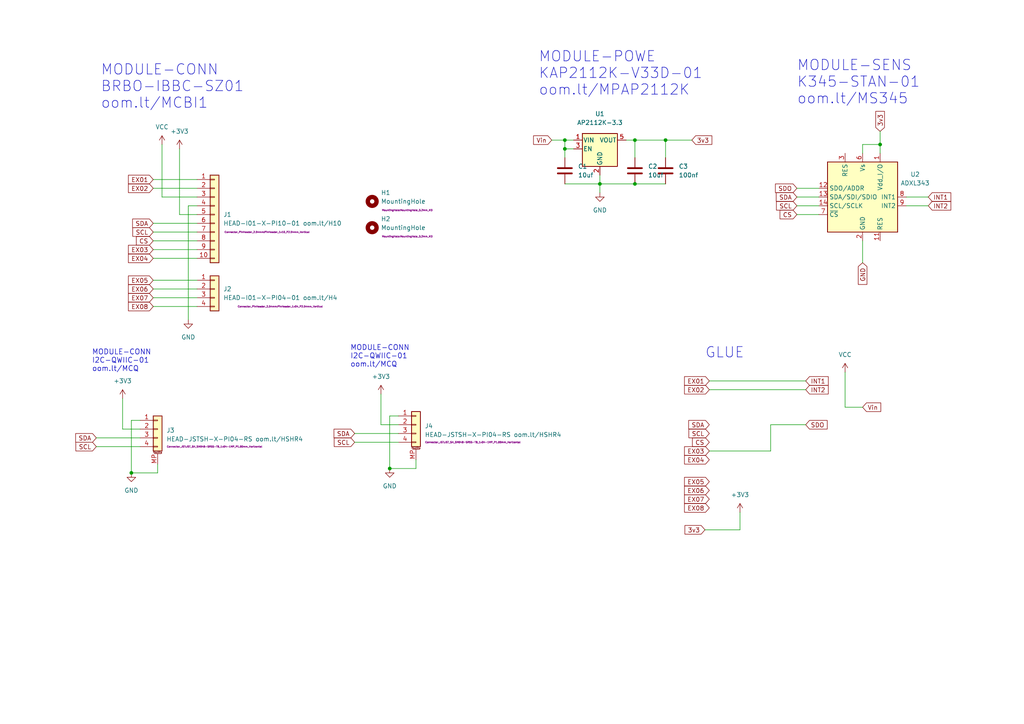
<source format=kicad_sch>
(kicad_sch (version 20211123) (generator eeschema)
  (paper "A4")
  (lib_symbols
    (symbol "Connector_Generic:Conn_01x04" (pin_names (offset 1.016) hide)
      (property "Reference" "J" (at 0 5.08 0))
      (property "Value" "Conn_01x04" (at 0 -7.62 0))
      (symbol "Conn_01x04_1_1"
        (rectangle (start -1.27 -4.953) (end 0 -5.207) (stroke (width 0.1524)))
        (rectangle (start -1.27 -2.413) (end 0 -2.667) (stroke (width 0.1524)))
        (rectangle (start -1.27 0.127) (end 0 -0.127) (stroke (width 0.1524)))
        (rectangle (start -1.27 2.667) (end 0 2.413) (stroke (width 0.1524)))
        (rectangle (start -1.27 3.81) (end 1.27 -6.35) (stroke (width 0.254)) (fill (type background)))
        (pin passive line (at -5.08 2.54 0) (length 3.81) (name "Pin_1") (number "1"))
        (pin passive line (at -5.08 0 0) (length 3.81) (name "Pin_2") (number "2"))
        (pin passive line (at -5.08 -2.54 0) (length 3.81) (name "Pin_3") (number "3"))
        (pin passive line (at -5.08 -5.08 0) (length 3.81) (name "Pin_4") (number "4"))
      )
    )
    (symbol "Connector_Generic:Conn_01x10" (pin_names (offset 1.016) hide)
      (property "Reference" "J" (at 0 12.7 0))
      (property "Value" "Conn_01x10" (at 0 -15.24 0))
      (symbol "Conn_01x10_1_1"
        (rectangle (start -1.27 -12.573) (end 0 -12.827) (stroke (width 0.1524)))
        (rectangle (start -1.27 -10.033) (end 0 -10.287) (stroke (width 0.1524)))
        (rectangle (start -1.27 -7.493) (end 0 -7.747) (stroke (width 0.1524)))
        (rectangle (start -1.27 -4.953) (end 0 -5.207) (stroke (width 0.1524)))
        (rectangle (start -1.27 -2.413) (end 0 -2.667) (stroke (width 0.1524)))
        (rectangle (start -1.27 0.127) (end 0 -0.127) (stroke (width 0.1524)))
        (rectangle (start -1.27 2.667) (end 0 2.413) (stroke (width 0.1524)))
        (rectangle (start -1.27 5.207) (end 0 4.953) (stroke (width 0.1524)))
        (rectangle (start -1.27 7.747) (end 0 7.493) (stroke (width 0.1524)))
        (rectangle (start -1.27 10.287) (end 0 10.033) (stroke (width 0.1524)))
        (rectangle (start -1.27 11.43) (end 1.27 -13.97) (stroke (width 0.254)) (fill (type background)))
        (pin passive line (at -5.08 10.16 0) (length 3.81) (name "Pin_1") (number "1"))
        (pin passive line (at -5.08 -12.7 0) (length 3.81) (name "Pin_10") (number "10"))
        (pin passive line (at -5.08 7.62 0) (length 3.81) (name "Pin_2") (number "2"))
        (pin passive line (at -5.08 5.08 0) (length 3.81) (name "Pin_3") (number "3"))
        (pin passive line (at -5.08 2.54 0) (length 3.81) (name "Pin_4") (number "4"))
        (pin passive line (at -5.08 0 0) (length 3.81) (name "Pin_5") (number "5"))
        (pin passive line (at -5.08 -2.54 0) (length 3.81) (name "Pin_6") (number "6"))
        (pin passive line (at -5.08 -5.08 0) (length 3.81) (name "Pin_7") (number "7"))
        (pin passive line (at -5.08 -7.62 0) (length 3.81) (name "Pin_8") (number "8"))
        (pin passive line (at -5.08 -10.16 0) (length 3.81) (name "Pin_9") (number "9"))
      )
    )
    (symbol "Connector_Generic_MountingPin:Conn_01x04_MountingPin" (pin_names (offset 1.016) hide)
      (property "Reference" "J" (at 0 5.08 0))
      (property "Value" "Conn_01x04_MountingPin" (at 1.27 -7.62 0))
      (symbol "Conn_01x04_MountingPin_1_1"
        (rectangle (start -1.27 -4.953) (end 0 -5.207) (stroke (width 0.1524)))
        (rectangle (start -1.27 -2.413) (end 0 -2.667) (stroke (width 0.1524)))
        (rectangle (start -1.27 0.127) (end 0 -0.127) (stroke (width 0.1524)))
        (rectangle (start -1.27 2.667) (end 0 2.413) (stroke (width 0.1524)))
        (rectangle (start -1.27 3.81) (end 1.27 -6.35) (stroke (width 0.254)) (fill (type background)))
        (polyline (pts (xy -1.016 -7.112) (xy 1.016 -7.112)) (stroke (width 0.1524)))
        (text "Mounting" (at 0 -6.731 0) (effects (font (size 0.381 0.381))))
        (pin passive line (at -5.08 2.54 0) (length 3.81) (name "Pin_1") (number "1"))
        (pin passive line (at -5.08 0 0) (length 3.81) (name "Pin_2") (number "2"))
        (pin passive line (at -5.08 -2.54 0) (length 3.81) (name "Pin_3") (number "3"))
        (pin passive line (at -5.08 -5.08 0) (length 3.81) (name "Pin_4") (number "4"))
        (pin passive line (at 0 -10.16 90) (length 3.048) (name "MountPin") (number "MP"))
      )
    )
    (symbol "Device:C" (pin_numbers hide) (pin_names (offset 0.254))
      (property "Reference" "C" (at 0.635 2.54 0))
      (property "Value" "C" (at 0.635 -2.54 0))
      (symbol "C_0_1"
        (polyline (pts (xy -2.032 -0.762) (xy 2.032 -0.762)) (stroke (width 0.508)))
        (polyline (pts (xy -2.032 0.762) (xy 2.032 0.762)) (stroke (width 0.508)))
      )
      (symbol "C_1_1"
        (pin passive line (at 0 3.81 270) (length 2.794) (name "~") (number "1"))
        (pin passive line (at 0 -3.81 90) (length 2.794) (name "~") (number "2"))
      )
    )
    (symbol "Mechanical:MountingHole" (pin_names (offset 1.016))
      (property "Reference" "H" (at 0 5.08 0))
      (property "Value" "MountingHole" (at 0 3.175 0))
      (symbol "MountingHole_0_1"
        (circle (center 0 0) (radius 1.27) (stroke (width 1.27)))
      )
    )
    (symbol "Regulator_Linear:AP2112K-3.3" (pin_names (offset 0.254))
      (property "Reference" "U" (at -5.08 5.715 0))
      (property "Value" "AP2112K-3.3" (at 0 5.715 0))
      (symbol "AP2112K-3.3_0_1"
        (rectangle (start -5.08 4.445) (end 5.08 -5.08) (stroke (width 0.254)) (fill (type background)))
      )
      (symbol "AP2112K-3.3_1_1"
        (pin power_in line (at -7.62 2.54 0) (length 2.54) (name "VIN") (number "1"))
        (pin power_in line (at 0 -7.62 90) (length 2.54) (name "GND") (number "2"))
        (pin input line (at -7.62 0 0) (length 2.54) (name "EN") (number "3"))
        (pin no_connect line (at 5.08 0 180) (length 2.54) hide (name "NC") (number "4"))
        (pin power_out line (at 7.62 2.54 180) (length 2.54) (name "VOUT") (number "5"))
      )
    )
    (symbol "Sensor_Motion:ADXL343"
      (property "Reference" "U" (at -8.89 11.43 0))
      (property "Value" "ADXL343" (at -7.62 -11.43 0))
      (symbol "ADXL343_0_1"
        (rectangle (start -10.16 10.16) (end 10.16 -10.16) (stroke (width 0.254)) (fill (type background)))
      )
      (symbol "ADXL343_1_1"
        (pin power_in line (at 5.08 12.7 270) (length 2.54) (name "Vdd_I/O") (number "1"))
        (pin no_connect line (at -5.08 -10.16 90) (length 2.54) hide (name "NC") (number "10"))
        (pin passive line (at 5.08 -12.7 90) (length 2.54) (name "RES") (number "11"))
        (pin bidirectional line (at -12.7 2.54 0) (length 2.54) (name "SDO/ADDR") (number "12"))
        (pin bidirectional line (at -12.7 0 0) (length 2.54) (name "SDA/SDI/SDIO") (number "13"))
        (pin input line (at -12.7 -2.54 0) (length 2.54) (name "SCL/SCLK") (number "14"))
        (pin power_in line (at 0 -12.7 90) (length 2.54) (name "GND") (number "2"))
        (pin passive line (at -5.08 12.7 270) (length 2.54) (name "RES") (number "3"))
        (pin passive line (at 0 -12.7 90) (length 2.54) hide (name "GND") (number "4"))
        (pin passive line (at 0 -12.7 90) (length 2.54) hide (name "GND") (number "5"))
        (pin power_in line (at 0 12.7 270) (length 2.54) (name "Vs") (number "6"))
        (pin input line (at -12.7 -5.08 0) (length 2.54) (name "~{CS}") (number "7"))
        (pin output line (at 12.7 0 180) (length 2.54) (name "INT1") (number "8"))
        (pin output line (at 12.7 -2.54 180) (length 2.54) (name "INT2") (number "9"))
      )
    )
    (symbol "power:+3V3" (power) (pin_names (offset 0))
      (property "Value" "+3V3" (at 0 3.556 0))
      (symbol "+3V3_0_1"
        (polyline (pts (xy -0.762 1.27) (xy 0 2.54)))
        (polyline (pts (xy 0 0) (xy 0 2.54)))
        (polyline (pts (xy 0 2.54) (xy 0.762 1.27)))
      )
      (symbol "+3V3_1_1"
        (pin power_in line (at 0 0 90) (length 0) hide (name "+3V3") (number "1"))
      )
    )
    (symbol "power:GND" (power) (pin_names (offset 0))
      (property "Value" "GND" (at 0 -3.81 0))
      (symbol "GND_0_1"
        (polyline (pts (xy 0 0) (xy 0 -1.27) (xy 1.27 -1.27) (xy 0 -2.54) (xy -1.27 -1.27) (xy 0 -1.27)))
      )
      (symbol "GND_1_1"
        (pin power_in line (at 0 0 270) (length 0) hide (name "GND") (number "1"))
      )
    )
    (symbol "power:VCC" (power) (pin_names (offset 0))
      (property "Value" "VCC" (at 0 3.81 0))
      (symbol "VCC_0_1"
        (polyline (pts (xy -0.762 1.27) (xy 0 2.54)))
        (polyline (pts (xy 0 0) (xy 0 2.54)))
        (polyline (pts (xy 0 2.54) (xy 0.762 1.27)))
      )
      (symbol "VCC_1_1"
        (pin power_in line (at 0 0 90) (length 0) hide (name "VCC") (number "1"))
      )
    )
  )
  (junction (at 184.15 40.64))
  (junction (at 173.99 53.34))
  (junction (at 113.03 135.89))
  (junction (at 184.15 53.34))
  (junction (at 255.27 41.91))
  (junction (at 193.04 40.64))
  (junction (at 163.83 43.18))
  (junction (at 38.1 137.16))
  (junction (at 163.83 40.64))
  (wire (pts (xy 223.52 130.81) (xy 223.52 123.19)))
  (wire (pts (xy 102.87 125.73) (xy 115.57 125.73)))
  (wire (pts (xy 38.1 137.16) (xy 45.72 137.16)))
  (wire (pts (xy 44.45 81.28) (xy 57.15 81.28)))
  (wire (pts (xy 44.45 88.9) (xy 57.15 88.9)))
  (wire (pts (xy 173.99 53.34) (xy 184.15 53.34)))
  (wire (pts (xy 115.57 123.19) (xy 110.49 123.19)))
  (wire (pts (xy 44.45 74.93) (xy 57.15 74.93)))
  (wire (pts (xy 115.57 120.65) (xy 113.03 120.65)))
  (wire (pts (xy 231.14 57.15) (xy 237.49 57.15)))
  (wire (pts (xy 120.65 133.35) (xy 120.65 135.89)))
  (wire (pts (xy 27.94 127) (xy 40.64 127)))
  (wire (pts (xy 205.74 113.03) (xy 233.68 113.03)))
  (wire (pts (xy 57.15 57.15) (xy 46.99 57.15)))
  (wire (pts (xy 35.56 115.57) (xy 35.56 124.46)))
  (wire (pts (xy 57.15 59.69) (xy 54.61 59.69)))
  (wire (pts (xy 44.45 72.39) (xy 57.15 72.39)))
  (wire (pts (xy 204.47 153.67) (xy 214.63 153.67)))
  (wire (pts (xy 262.89 59.69) (xy 269.24 59.69)))
  (wire (pts (xy 255.27 38.1) (xy 255.27 41.91)))
  (wire (pts (xy 223.52 123.19) (xy 233.68 123.19)))
  (wire (pts (xy 193.04 40.64) (xy 193.04 45.72)))
  (wire (pts (xy 250.19 41.91) (xy 255.27 41.91)))
  (wire (pts (xy 46.99 41.91) (xy 46.99 57.15)))
  (wire (pts (xy 40.64 124.46) (xy 35.56 124.46)))
  (wire (pts (xy 250.19 69.85) (xy 250.19 76.2)))
  (wire (pts (xy 163.83 43.18) (xy 163.83 40.64)))
  (wire (pts (xy 44.45 64.77) (xy 57.15 64.77)))
  (wire (pts (xy 231.14 62.23) (xy 237.49 62.23)))
  (wire (pts (xy 27.94 129.54) (xy 40.64 129.54)))
  (wire (pts (xy 245.11 107.95) (xy 245.11 118.11)))
  (wire (pts (xy 102.87 128.27) (xy 115.57 128.27)))
  (wire (pts (xy 160.02 40.64) (xy 163.83 40.64)))
  (wire (pts (xy 44.45 67.31) (xy 57.15 67.31)))
  (wire (pts (xy 163.83 43.18) (xy 163.83 45.72)))
  (wire (pts (xy 181.61 40.64) (xy 184.15 40.64)))
  (wire (pts (xy 245.11 118.11) (xy 250.19 118.11)))
  (wire (pts (xy 45.72 134.62) (xy 45.72 137.16)))
  (wire (pts (xy 44.45 69.85) (xy 57.15 69.85)))
  (wire (pts (xy 54.61 59.69) (xy 54.61 92.71)))
  (wire (pts (xy 184.15 53.34) (xy 193.04 53.34)))
  (wire (pts (xy 184.15 40.64) (xy 184.15 45.72)))
  (wire (pts (xy 44.45 83.82) (xy 57.15 83.82)))
  (wire (pts (xy 113.03 120.65) (xy 113.03 135.89)))
  (wire (pts (xy 113.03 135.89) (xy 120.65 135.89)))
  (wire (pts (xy 40.64 121.92) (xy 38.1 121.92)))
  (wire (pts (xy 44.45 52.07) (xy 57.15 52.07)))
  (wire (pts (xy 214.63 153.67) (xy 214.63 148.59)))
  (wire (pts (xy 205.74 110.49) (xy 233.68 110.49)))
  (wire (pts (xy 38.1 121.92) (xy 38.1 137.16)))
  (wire (pts (xy 173.99 50.8) (xy 173.99 53.34)))
  (wire (pts (xy 110.49 114.3) (xy 110.49 123.19)))
  (wire (pts (xy 52.07 43.18) (xy 52.07 62.23)))
  (wire (pts (xy 163.83 40.64) (xy 166.37 40.64)))
  (wire (pts (xy 231.14 54.61) (xy 237.49 54.61)))
  (wire (pts (xy 184.15 40.64) (xy 193.04 40.64)))
  (wire (pts (xy 205.74 130.81) (xy 223.52 130.81)))
  (wire (pts (xy 255.27 41.91) (xy 255.27 44.45)))
  (wire (pts (xy 44.45 54.61) (xy 57.15 54.61)))
  (wire (pts (xy 262.89 57.15) (xy 269.24 57.15)))
  (wire (pts (xy 44.45 86.36) (xy 57.15 86.36)))
  (wire (pts (xy 231.14 59.69) (xy 237.49 59.69)))
  (wire (pts (xy 57.15 62.23) (xy 52.07 62.23)))
  (wire (pts (xy 163.83 53.34) (xy 173.99 53.34)))
  (wire (pts (xy 193.04 40.64) (xy 200.66 40.64)))
  (wire (pts (xy 173.99 53.34) (xy 173.99 55.88)))
  (wire (pts (xy 166.37 43.18) (xy 163.83 43.18)))
  (wire (pts (xy 250.19 44.45) (xy 250.19 41.91)))
  (text "MODULE-CONN\nBRBO-IBBC-SZ01\noom.lt/MCBI1" (at 29.21 31.75 0) (effects (font (size 3 3)) (justify left bottom)))
  (text "GLUE" (at 204.47 104.14 0) (effects (font (size 3 3)) (justify left bottom)))
  (text "MODULE-CONN\nI2C-QWIIC-01\noom.lt/MCQ" (at 26.67 107.95 0) (effects (font (size 1.5 1.5)) (justify left bottom)))
  (text "MODULE-CONN\nI2C-QWIIC-01\noom.lt/MCQ" (at 101.6 106.68 0) (effects (font (size 1.5 1.5)) (justify left bottom)))
  (text "MODULE-SENS\nK345-STAN-01\noom.lt/MS345" (at 231.14 30.48 0) (effects (font (size 3 3)) (justify left bottom)))
  (text "MODULE-POWE\nKAP2112K-V33D-01\noom.lt/MPAP2112K" (at 156.21 27.94 0) (effects (font (size 3 3)) (justify left bottom)))
  (global_label "EX04" (shape input) (at 44.45 74.93 180) (property "Intersheet References" "${INTERSHEET_REFS}" (effects hide)))
  (global_label "SCL" (shape input) (at 44.45 67.31 180) (property "Intersheet References" "${INTERSHEET_REFS}" (effects hide)))
  (global_label "EX05" (shape input) (at 44.45 81.28 180) (property "Intersheet References" "${INTERSHEET_REFS}" (effects hide)))
  (global_label "SDA" (shape input) (at 102.87 125.73 180) (property "Intersheet References" "${INTERSHEET_REFS}" (effects hide)))
  (global_label "EX06" (shape input) (at 44.45 83.82 180) (property "Intersheet References" "${INTERSHEET_REFS}" (effects hide)))
  (global_label "EX06" (shape input) (at 205.74 142.24 180) (property "Intersheet References" "${INTERSHEET_REFS}" (effects hide)))
  (global_label "SCL" (shape input) (at 231.14 59.69 180) (property "Intersheet References" "${INTERSHEET_REFS}" (effects hide)))
  (global_label "EX01" (shape input) (at 44.45 52.07 180) (property "Intersheet References" "${INTERSHEET_REFS}" (effects hide)))
  (global_label "SCL" (shape input) (at 205.74 125.73 180) (property "Intersheet References" "${INTERSHEET_REFS}" (effects hide)))
  (global_label "CS" (shape input) (at 231.14 62.23 180) (property "Intersheet References" "${INTERSHEET_REFS}" (effects hide)))
  (global_label "CS" (shape input) (at 44.45 69.85 180) (property "Intersheet References" "${INTERSHEET_REFS}" (effects hide)))
  (global_label "EX03" (shape input) (at 44.45 72.39 180) (property "Intersheet References" "${INTERSHEET_REFS}" (effects hide)))
  (global_label "EX05" (shape input) (at 205.74 139.7 180) (property "Intersheet References" "${INTERSHEET_REFS}" (effects hide)))
  (global_label "SDA" (shape input) (at 27.94 127 180) (property "Intersheet References" "${INTERSHEET_REFS}" (effects hide)))
  (global_label "EX07" (shape input) (at 205.74 144.78 180) (property "Intersheet References" "${INTERSHEET_REFS}" (effects hide)))
  (global_label "3v3" (shape input) (at 204.47 153.67 180) (property "Intersheet References" "${INTERSHEET_REFS}" (effects hide)))
  (global_label "EX01" (shape input) (at 205.74 110.49 180) (property "Intersheet References" "${INTERSHEET_REFS}" (effects hide)))
  (global_label "EX02" (shape input) (at 44.45 54.61 180) (property "Intersheet References" "${INTERSHEET_REFS}" (effects hide)))
  (global_label "EX08" (shape input) (at 205.74 147.32 180) (property "Intersheet References" "${INTERSHEET_REFS}" (effects hide)))
  (global_label "EX04" (shape input) (at 205.74 133.35 180) (property "Intersheet References" "${INTERSHEET_REFS}" (effects hide)))
  (global_label "EX08" (shape input) (at 44.45 88.9 180) (property "Intersheet References" "${INTERSHEET_REFS}" (effects hide)))
  (global_label "EX03" (shape input) (at 205.74 130.81 180) (property "Intersheet References" "${INTERSHEET_REFS}" (effects hide)))
  (global_label "CS" (shape input) (at 205.74 128.27 180) (property "Intersheet References" "${INTERSHEET_REFS}" (effects hide)))
  (global_label "SDO" (shape input) (at 231.14 54.61 180) (property "Intersheet References" "${INTERSHEET_REFS}" (effects hide)))
  (global_label "SCL" (shape input) (at 102.87 128.27 180) (property "Intersheet References" "${INTERSHEET_REFS}" (effects hide)))
  (global_label "SDA" (shape input) (at 44.45 64.77 180) (property "Intersheet References" "${INTERSHEET_REFS}" (effects hide)))
  (global_label "GND" (shape input) (at 250.19 76.2 270) (property "Intersheet References" "${INTERSHEET_REFS}" (effects hide)))
  (global_label "INT2" (shape input) (at 269.24 59.69 0) (property "Intersheet References" "${INTERSHEET_REFS}" (effects hide)))
  (global_label "Vin" (shape input) (at 160.02 40.64 180) (property "Intersheet References" "${INTERSHEET_REFS}" (effects hide)))
  (global_label "EX02" (shape input) (at 205.74 113.03 180) (property "Intersheet References" "${INTERSHEET_REFS}" (effects hide)))
  (global_label "INT2" (shape input) (at 233.68 113.03 0) (property "Intersheet References" "${INTERSHEET_REFS}" (effects hide)))
  (global_label "SDA" (shape input) (at 205.74 123.19 180) (property "Intersheet References" "${INTERSHEET_REFS}" (effects hide)))
  (global_label "3v3" (shape input) (at 200.66 40.64 0) (property "Intersheet References" "${INTERSHEET_REFS}" (effects hide)))
  (global_label "INT1" (shape input) (at 269.24 57.15 0) (property "Intersheet References" "${INTERSHEET_REFS}" (effects hide)))
  (global_label "EX07" (shape input) (at 44.45 86.36 180) (property "Intersheet References" "${INTERSHEET_REFS}" (effects hide)))
  (global_label "SDO" (shape input) (at 233.68 123.19 0) (property "Intersheet References" "${INTERSHEET_REFS}" (effects hide)))
  (global_label "3v3" (shape input) (at 255.27 38.1 90) (property "Intersheet References" "${INTERSHEET_REFS}" (effects hide)))
  (global_label "Vin" (shape input) (at 250.19 118.11 0) (property "Intersheet References" "${INTERSHEET_REFS}" (effects hide)))
  (global_label "SDA" (shape input) (at 231.14 57.15 180) (property "Intersheet References" "${INTERSHEET_REFS}" (effects hide)))
  (global_label "INT1" (shape input) (at 233.68 110.49 0) (property "Intersheet References" "${INTERSHEET_REFS}" (effects hide)))
  (global_label "SCL" (shape input) (at 27.94 129.54 180) (property "Intersheet References" "${INTERSHEET_REFS}" (effects hide)))
  (symbol (lib_id "Sensor_Motion:ADXL343") (at 250.19 57.15 0) (unit 1)
    (property "Reference" "U2" (at 265.43 50.5712 0))
    (property "Value" "ADXL343" (at 265.43 53.1112 0))
    (property "Footprint" "Package_LGA:LGA-14_3x5mm_P0.8mm_LayoutBorder1x6y" (effects hide))
    (property "Datasheet" "https://www.analog.com/media/en/technical-documentation/data-sheets/ADXL343.pdf" (effects hide))
  )
  (symbol (lib_id "Connector_Generic:Conn_01x10") (at 62.23 62.23 0) (unit 1)
    (property "Reference" "J1" (at 64.77 62.2299 0) (effects (justify left)))
    (property "Value" "HEAD-I01-X-PI10-01 oom.lt/H10" (at 64.77 64.7699 0) (effects (justify left)))
    (property "Footprint" "Connector_PinHeader_2.54mm:PinHeader_1x10_P2.54mm_Vertical" (at 77.47 67.31 0) (effects (font (size 0.5 0.5))))
    (property "Datasheet" "https://github.com/oomlout/oomlout_OOMP_parts/tree/main/HEAD-I01-X-PI10-01/datasheet.pdf" (effects hide))
  )
  (symbol (lib_id "power:GND") (at 173.99 55.88 0) (unit 1)
    (property "Reference" "#PWR0109" (effects hide))
    (property "Value" "GND" (at 173.99 60.96 0))
  )
  (symbol (lib_id "Device:C") (at 163.83 49.53 0) (unit 1)
    (property "Reference" "C1" (at 167.64 48.2599 0) (effects (justify left)))
    (property "Value" "10uf" (at 167.64 50.7999 0) (effects (justify left)))
    (property "Footprint" "Capacitor_SMD:C_0805_2012Metric" (effects hide))
  )
  (symbol (lib_id "Connector_Generic_MountingPin:Conn_01x04_MountingPin") (at 45.72 124.46 0) (unit 1)
    (property "Reference" "J3" (at 48.26 124.8155 0) (effects (justify left)))
    (property "Value" "HEAD-JSTSH-X-PI04-RS oom.lt/HSHR4" (at 48.26 127.3555 0) (effects (justify left)))
    (property "Footprint" "Connector_JST:JST_SH_SM04B-SRSS-TB_1x04-1MP_P1.00mm_Horizontal" (at 62.23 129.54 0) (effects (font (size 0.5 0.5))))
    (property "Datasheet" "https://github.com/oomlout/oomlout_OOMP_parts/tree/main/HEAD-JSTSH-X-PI04-RS/datasheet.pdf" (effects hide))
  )
  (symbol (lib_id "power:GND") (at 113.03 135.89 0) (unit 1)
    (property "Reference" "#PWR0101" (effects hide))
    (property "Value" "GND" (at 113.03 140.97 0))
  )
  (symbol (lib_id "Mechanical:MountingHole") (at 107.95 58.42 0) (unit 1)
    (property "Reference" "H1" (at 110.49 55.88 0) (effects (justify left)))
    (property "Value" "MountingHole" (at 110.49 58.42 0) (effects (justify left)))
    (property "Footprint" "MountingHole:MountingHole_3.2mm_M3" (at 118.11 60.9601 0) (effects (font (size 0.5 0.5))))
  )
  (symbol (lib_id "power:+3V3") (at 35.56 115.57 0) (unit 1)
    (property "Reference" "#PWR0106" (effects hide))
    (property "Value" "+3V3" (at 35.56 110.49 0))
  )
  (symbol (lib_id "Regulator_Linear:AP2112K-3.3") (at 173.99 43.18 0) (unit 1)
    (property "Reference" "U1" (at 173.99 33.02 0))
    (property "Value" "AP2112K-3.3" (at 173.99 35.56 0))
    (property "Footprint" "Package_TO_SOT_SMD:SOT-23-5" (effects hide))
    (property "Datasheet" "https://www.diodes.com/assets/Datasheets/AP2112.pdf" (effects hide))
  )
  (symbol (lib_id "Connector_Generic:Conn_01x04") (at 62.23 83.82 0) (unit 1)
    (property "Reference" "J2" (at 64.77 83.8199 0) (effects (justify left)))
    (property "Value" "HEAD-I01-X-PI04-01 oom.lt/H4" (at 64.77 86.3599 0) (effects (justify left)))
    (property "Footprint" "Connector_PinHeader_2.54mm:PinHeader_1x04_P2.54mm_Vertical" (at 81.28 88.9 0) (effects (font (size 0.5 0.5))))
    (property "Datasheet" "https://github.com/oomlout/oomlout_OOMP_parts/tree/main/HEAD-I01-X-PI04-01/datasheet.pdf" (effects hide))
  )
  (symbol (lib_id "power:+3V3") (at 110.49 114.3 0) (unit 1)
    (property "Reference" "#PWR0102" (effects hide))
    (property "Value" "+3V3" (at 110.49 109.22 0))
  )
  (symbol (lib_id "Mechanical:MountingHole") (at 107.95 66.04 0) (unit 1)
    (property "Reference" "H2" (at 110.49 63.5 0) (effects (justify left)))
    (property "Value" "MountingHole" (at 110.49 66.04 0) (effects (justify left)))
    (property "Footprint" "MountingHole:MountingHole_3.2mm_M3" (at 118.11 68.5801 0) (effects (font (size 0.5 0.5))))
  )
  (symbol (lib_id "power:VCC") (at 245.11 107.95 0) (unit 1)
    (property "Reference" "#PWR0108" (effects hide))
    (property "Value" "VCC" (at 245.11 102.87 0))
  )
  (symbol (lib_id "Device:C") (at 184.15 49.53 0) (unit 1)
    (property "Reference" "C2" (at 187.96 48.2599 0) (effects (justify left)))
    (property "Value" "10uf" (at 187.96 50.7999 0) (effects (justify left)))
    (property "Footprint" "Capacitor_SMD:C_0805_2012Metric" (effects hide))
  )
  (symbol (lib_id "Device:C") (at 193.04 49.53 0) (unit 1)
    (property "Reference" "C3" (at 196.85 48.2599 0) (effects (justify left)))
    (property "Value" "100nf" (at 196.85 50.7999 0) (effects (justify left)))
    (property "Footprint" "Capacitor_SMD:C_0603_1608Metric" (effects hide))
  )
  (symbol (lib_id "power:GND") (at 54.61 92.71 0) (unit 1)
    (property "Reference" "#PWR0107" (effects hide))
    (property "Value" "GND" (at 54.61 97.79 0))
  )
  (symbol (lib_id "power:+3V3") (at 214.63 148.59 0) (unit 1)
    (property "Reference" "#PWR?" (effects hide))
    (property "Value" "+3V3" (at 214.63 143.51 0))
  )
  (symbol (lib_id "power:VCC") (at 46.99 41.91 0) (unit 1)
    (property "Reference" "#PWR0103" (effects hide))
    (property "Value" "VCC" (at 46.99 36.83 0))
  )
  (symbol (lib_id "power:GND") (at 38.1 137.16 0) (unit 1)
    (property "Reference" "#PWR0105" (effects hide))
    (property "Value" "GND" (at 38.1 142.24 0))
  )
  (symbol (lib_id "Connector_Generic_MountingPin:Conn_01x04_MountingPin") (at 120.65 123.19 0) (unit 1)
    (property "Reference" "J4" (at 123.19 123.5455 0) (effects (justify left)))
    (property "Value" "HEAD-JSTSH-X-PI04-RS oom.lt/HSHR4" (at 123.19 126.0855 0) (effects (justify left)))
    (property "Footprint" "Connector_JST:JST_SH_SM04B-SRSS-TB_1x04-1MP_P1.00mm_Horizontal" (at 137.16 128.27 0) (effects (font (size 0.5 0.5))))
    (property "Datasheet" "https://github.com/oomlout/oomlout_OOMP_parts/tree/main/HEAD-JSTSH-X-PI04-RS/datasheet.pdf" (effects hide))
  )
  (symbol (lib_id "power:+3V3") (at 52.07 43.18 0) (unit 1)
    (property "Reference" "#PWR0104" (effects hide))
    (property "Value" "+3V3" (at 52.07 38.1 0))
  )
)
</source>
